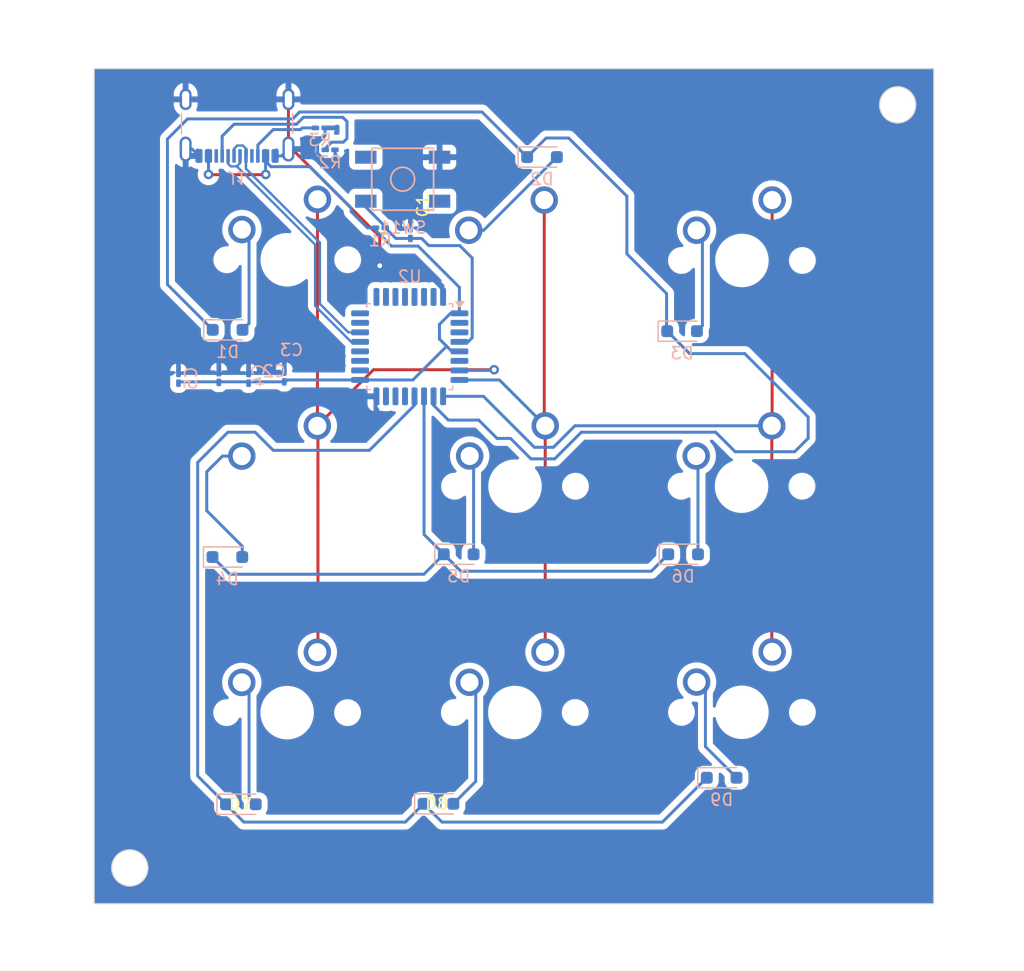
<source format=kicad_pcb>
(kicad_pcb (version 20240108) (generator "pcbnew") (generator_version "8.0")
  (layers (0 "F.Cu" signal) (31 "B.Cu" signal) (34 "B.Paste" user) (35 "F.Paste" user) (36 "B.SilkS" user "B.Silkscreen") (37 "F.SilkS" user "F.Silkscreen") (38 "B.Mask" user) (39 "F.Mask" user) (44 "Edge.Cuts" user))
  (net 0 "")
  (net 1 "Net-(U2-NRST)")
  (net 2 "GND")
  (net 3 "+5V")
  (net 4 "Net-(D1-A)")
  (net 5 "row1")
  (net 6 "Net-(D2-A)")
  (net 7 "Net-(D3-A)")
  (net 8 "row2")
  (net 9 "Net-(D4-A)")
  (net 10 "Net-(D5-A)")
  (net 11 "Net-(D6-A)")
  (net 12 "row3")
  (net 13 "Net-(D7-A)")
  (net 14 "Net-(D8-A)")
  (net 15 "Net-(D9-A)")
  (net 16 "D+")
  (net 17 "Net-(J1-CC2)")
  (net 18 "D-")
  (net 19 "Net-(J1-CC1)")
  (net 20 "col1")
  (net 21 "col2")
  (net 22 "col3")
  (footprint "PCM_marbastlib-mx:SW_MX_1u" (layer "F.Cu") (at 127.78 86.53)
    (property "Reference" "SW9" (hide yes))
    (property "Value" "SW_Push_45deg")
    (pad "" np_thru_hole circle (at -5.08 0) (size 1.75 1.75) (drill 1.75) (layers "*.Cu" "*.Mask"))
    (pad "" np_thru_hole circle (at 0 0) (size 3.9878 3.9878) (drill 3.9878) (layers "*.Cu" "*.Mask"))
    (pad "" np_thru_hole circle (at 5.08 0) (size 1.75 1.75) (drill 1.75) (layers "*.Cu" "*.Mask"))
    (pad "1" thru_hole circle (at -3.81 -2.54) (size 2.3 2.3) (drill 1.524) (layers "*.Cu" "B.Mask") (net 15 "Net-(D9-A)"))
    (pad "2" thru_hole circle (at 2.54 -5.08) (size 2.3 2.3) (drill 1.524) (layers "*.Cu" "B.Mask") (net 22 "col3"))
  )
  (footprint "PCM_marbastlib-mx:SW_MX_1u" (layer "F.Cu") (at 89.56 67.54)
    (property "Reference" "SW4" (hide yes))
    (property "Value" "SW_Push_45deg")
    (pad "" np_thru_hole circle (at -5.08 0) (size 1.75 1.75) (drill 1.75) (layers "*.Cu" "*.Mask"))
    (pad "" np_thru_hole circle (at 0 0) (size 3.9878 3.9878) (drill 3.9878) (layers "*.Cu" "*.Mask"))
    (pad "" np_thru_hole circle (at 5.08 0) (size 1.75 1.75) (drill 1.75) (layers "*.Cu" "*.Mask"))
    (pad "1" thru_hole circle (at -3.81 -2.54) (size 2.3 2.3) (drill 1.524) (layers "*.Cu" "B.Mask") (net 9 "Net-(D4-A)"))
    (pad "2" thru_hole circle (at 2.54 -5.08) (size 2.3 2.3) (drill 1.524) (layers "*.Cu" "B.Mask") (net 20 "col1"))
  )
  (footprint "PCM_marbastlib-mx:SW_MX_1u" (layer "F.Cu") (at 127.78 48.56)
    (property "Reference" "SW3" (hide yes))
    (property "Value" "SW_Push_45deg")
    (pad "" np_thru_hole circle (at -5.08 0) (size 1.75 1.75) (drill 1.75) (layers "*.Cu" "*.Mask"))
    (pad "" np_thru_hole circle (at 0 0) (size 3.9878 3.9878) (drill 3.9878) (layers "*.Cu" "*.Mask"))
    (pad "" np_thru_hole circle (at 5.08 0) (size 1.75 1.75) (drill 1.75) (layers "*.Cu" "*.Mask"))
    (pad "1" thru_hole circle (at -3.81 -2.54) (size 2.3 2.3) (drill 1.524) (layers "*.Cu" "B.Mask") (net 7 "Net-(D3-A)"))
    (pad "2" thru_hole circle (at 2.54 -5.08) (size 2.3 2.3) (drill 1.524) (layers "*.Cu" "B.Mask") (net 22 "col3"))
  )
  (footprint "PCM_marbastlib-mx:SW_MX_1u" (layer "F.Cu") (at 108.63 48.56)
    (property "Reference" "SW2" (hide yes))
    (property "Value" "SW_Push_45deg")
    (pad "" np_thru_hole circle (at -5.08 0) (size 1.75 1.75) (drill 1.75) (layers "*.Cu" "*.Mask"))
    (pad "" np_thru_hole circle (at 0 0) (size 3.9878 3.9878) (drill 3.9878) (layers "*.Cu" "*.Mask"))
    (pad "" np_thru_hole circle (at 5.08 0) (size 1.75 1.75) (drill 1.75) (layers "*.Cu" "*.Mask"))
    (pad "1" thru_hole circle (at -3.81 -2.54) (size 2.3 2.3) (drill 1.524) (layers "*.Cu" "B.Mask") (net 6 "Net-(D2-A)"))
    (pad "2" thru_hole circle (at 2.54 -5.08) (size 2.3 2.3) (drill 1.524) (layers "*.Cu" "B.Mask") (net 21 "col2"))
  )
  (footprint "PCM_marbastlib-mx:SW_MX_1u" (layer "F.Cu") (at 89.57 48.5)
    (property "Reference" "SW1" (hide yes))
    (property "Value" "SW_Push_45deg")
    (pad "" np_thru_hole circle (at -5.08 0) (size 1.75 1.75) (drill 1.75) (layers "*.Cu" "*.Mask"))
    (pad "" np_thru_hole circle (at 0 0) (size 3.9878 3.9878) (drill 3.9878) (layers "*.Cu" "*.Mask"))
    (pad "" np_thru_hole circle (at 5.08 0) (size 1.75 1.75) (drill 1.75) (layers "*.Cu" "*.Mask"))
    (pad "1" thru_hole circle (at -3.81 -2.54) (size 2.3 2.3) (drill 1.524) (layers "*.Cu" "B.Mask") (net 4 "Net-(D1-A)"))
    (pad "2" thru_hole circle (at 2.54 -5.08) (size 2.3 2.3) (drill 1.524) (layers "*.Cu" "B.Mask") (net 20 "col1"))
  )
  (footprint "PCM_marbastlib-mx:SW_MX_1u" (layer "F.Cu") (at 108.69 86.55)
    (property "Reference" "SW8" (hide yes))
    (property "Value" "SW_Push_45deg")
    (pad "" np_thru_hole circle (at -5.08 0) (size 1.75 1.75) (drill 1.75) (layers "*.Cu" "*.Mask"))
    (pad "" np_thru_hole circle (at 0 0) (size 3.9878 3.9878) (drill 3.9878) (layers "*.Cu" "*.Mask"))
    (pad "" np_thru_hole circle (at 5.08 0) (size 1.75 1.75) (drill 1.75) (layers "*.Cu" "*.Mask"))
    (pad "1" thru_hole circle (at -3.81 -2.54) (size 2.3 2.3) (drill 1.524) (layers "*.Cu" "B.Mask") (net 14 "Net-(D8-A)"))
    (pad "2" thru_hole circle (at 2.54 -5.08) (size 2.3 2.3) (drill 1.524) (layers "*.Cu" "B.Mask") (net 21 "col2"))
  )
  (footprint "PCM_marbastlib-mx:SW_MX_1u" (layer "F.Cu") (at 127.75 67.53)
    (property "Reference" "SW6" (hide yes))
    (property "Value" "SW_Push_45deg")
    (pad "" np_thru_hole circle (at -5.08 0) (size 1.75 1.75) (drill 1.75) (layers "*.Cu" "*.Mask"))
    (pad "" np_thru_hole circle (at 0 0) (size 3.9878 3.9878) (drill 3.9878) (layers "*.Cu" "*.Mask"))
    (pad "" np_thru_hole circle (at 5.08 0) (size 1.75 1.75) (drill 1.75) (layers "*.Cu" "*.Mask"))
    (pad "1" thru_hole circle (at -3.81 -2.54) (size 2.3 2.3) (drill 1.524) (layers "*.Cu" "B.Mask") (net 11 "Net-(D6-A)"))
    (pad "2" thru_hole circle (at 2.54 -5.08) (size 2.3 2.3) (drill 1.524) (layers "*.Cu" "B.Mask") (net 22 "col3"))
  )
  (footprint "PCM_marbastlib-mx:SW_MX_1u" (layer "F.Cu") (at 108.71 67.53)
    (property "Reference" "SW5" (hide yes))
    (property "Value" "SW_Push_45deg")
    (pad "" np_thru_hole circle (at -5.08 0) (size 1.75 1.75) (drill 1.75) (layers "*.Cu" "*.Mask"))
    (pad "" np_thru_hole circle (at 0 0) (size 3.9878 3.9878) (drill 3.9878) (layers "*.Cu" "*.Mask"))
    (pad "" np_thru_hole circle (at 5.08 0) (size 1.75 1.75) (drill 1.75) (layers "*.Cu" "*.Mask"))
    (pad "1" thru_hole circle (at -3.81 -2.54) (size 2.3 2.3) (drill 1.524) (layers "*.Cu" "B.Mask") (net 10 "Net-(D5-A)"))
    (pad "2" thru_hole circle (at 2.54 -5.08) (size 2.3 2.3) (drill 1.524) (layers "*.Cu" "B.Mask") (net 21 "col2"))
  )
  (footprint "PCM_marbastlib-mx:SW_MX_1u" (layer "F.Cu") (at 89.56 86.56)
    (property "Reference" "SW7" (hide yes))
    (property "Value" "SW_Push_45deg")
    (pad "" np_thru_hole circle (at -5.08 0) (size 1.75 1.75) (drill 1.75) (layers "*.Cu" "*.Mask"))
    (pad "" np_thru_hole circle (at 0 0) (size 3.9878 3.9878) (drill 3.9878) (layers "*.Cu" "*.Mask"))
    (pad "" np_thru_hole circle (at 5.08 0) (size 1.75 1.75) (drill 1.75) (layers "*.Cu" "*.Mask"))
    (pad "1" thru_hole circle (at -3.81 -2.54) (size 2.3 2.3) (drill 1.524) (layers "*.Cu" "B.Mask") (net 13 "Net-(D7-A)"))
    (pad "2" thru_hole circle (at 2.54 -5.08) (size 2.3 2.3) (drill 1.524) (layers "*.Cu" "B.Mask") (net 20 "col1"))
  )
  (footprint "Diode_SMD:D_SOD-323_HandSoldering" (layer "B.Cu") (at 102.2825 94.22)
    (property "Reference" "D8" (at -0.15 0 0) (layer "F.SilkS"))
    (property "Value" "D")
    (fp_line (start -2.01 -0.85) (end -2.01 0.85) (stroke (width 0.12)) (layer "B.SilkS"))
    (fp_line (start 1.25 -0.85) (end -2.01 -0.85) (stroke (width 0.12)) (layer "B.SilkS"))
    (fp_line (start 1.25 0.85) (end -2.01 0.85) (stroke (width 0.12)) (layer "B.SilkS"))
    (pad "1" smd roundrect (at -1.25 0) (size 1 1) (layers "B.Cu" "B.Paste" "B.Mask") (net 12 "row3"))
    (pad "2" smd roundrect (at 1.25 0) (size 1 1) (layers "B.Cu" "B.Paste" "B.Mask") (net 14 "Net-(D8-A)"))
  )
  (footprint "Diode_SMD:D_SOD-323_HandSoldering" (layer "B.Cu") (at 84.56 54.39)
    (property "Reference" "D1" (at 0 1.85 0) (layer "B.SilkS") (effects (justify mirror)))
    (property "Value" "D")
    (fp_line (start -2.01 -0.85) (end -2.01 0.85) (stroke (width 0.12)) (layer "B.SilkS"))
    (fp_line (start 1.25 -0.85) (end -2.01 -0.85) (stroke (width 0.12)) (layer "B.SilkS"))
    (fp_line (start 1.25 0.85) (end -2.01 0.85) (stroke (width 0.12)) (layer "B.SilkS"))
    (pad "1" smd roundrect (at -1.25 0) (size 1 1) (layers "B.Cu" "B.Paste" "B.Mask") (net 5 "row1"))
    (pad "2" smd roundrect (at 1.25 0) (size 1 1) (layers "B.Cu" "B.Paste" "B.Mask") (net 4 "Net-(D1-A)"))
  )
  (footprint "Resistor_SMD:R_0201_0603Metric_Pad0.64x0.40mm_HandSolder" (layer "B.Cu") (at 92.34 37.42)
    (property "Reference" "R3" (at -0.0225 1.02 0) (layer "B.SilkS") (effects (justify mirror)))
    (property "Value" "5.1K")
    (pad "1" smd roundrect (at -0.4075 0) (size 0.635 0.4) (layers "B.Cu" "B.Mask") (net 17 "Net-(J1-CC2)"))
    (pad "2" smd roundrect (at 0.4075 0) (size 0.635 0.4) (layers "B.Cu" "B.Mask") (net 2 "GND"))
  )
  (footprint "Capacitor_SMD:C_0201_0603Metric_Pad0.64x0.40mm_HandSolder" (layer "B.Cu") (at 83.82 58.4 90)
    (property "Reference" "C4" (at 0.175 3.33 90) (layer "B.SilkS") (effects (justify mirror)))
    (property "Value" "100nF")
    (pad "1" smd roundrect (at -0.4075 0 90) (size 0.635 0.4) (layers "B.Cu" "B.Mask") (net 3 "+5V"))
    (pad "2" smd roundrect (at 0.4075 0 90) (size 0.635 0.4) (layers "B.Cu" "B.Mask") (net 2 "GND"))
  )
  (footprint "Diode_SMD:D_SOD-323_HandSoldering" (layer "B.Cu") (at 110.98 39.87)
    (property "Reference" "D2" (at 0 1.85 0) (layer "B.SilkS") (effects (justify mirror)))
    (property "Value" "D")
    (fp_line (start -2.01 -0.85) (end -2.01 0.85) (stroke (width 0.12)) (layer "B.SilkS"))
    (fp_line (start 1.25 -0.85) (end -2.01 -0.85) (stroke (width 0.12)) (layer "B.SilkS"))
    (fp_line (start 1.25 0.85) (end -2.01 0.85) (stroke (width 0.12)) (layer "B.SilkS"))
    (pad "1" smd roundrect (at -1.25 0) (size 1 1) (layers "B.Cu" "B.Paste" "B.Mask") (net 5 "row1"))
    (pad "2" smd roundrect (at 1.25 0) (size 1 1) (layers "B.Cu" "B.Paste" "B.Mask") (net 6 "Net-(D2-A)"))
  )
  (footprint "Resistor_SMD:R_0201_0603Metric_Pad0.64x0.40mm_HandSolder" (layer "B.Cu") (at 97.3925 45.81)
    (property "Reference" "R1" (at 0 1.05 0) (layer "B.SilkS") (effects (justify mirror)))
    (property "Value" "100K")
    (pad "1" smd roundrect (at -0.4075 0) (size 0.635 0.4) (layers "B.Cu" "B.Mask") (net 3 "+5V"))
    (pad "2" smd roundrect (at 0.4075 0) (size 0.635 0.4) (layers "B.Cu" "B.Mask") (net 1 "Net-(U2-NRST)"))
  )
  (footprint "Diode_SMD:D_SOD-323_HandSoldering" (layer "B.Cu") (at 122.8375 73.25)
    (property "Reference" "D6" (at 0 1.85 0) (layer "B.SilkS") (effects (justify mirror)))
    (property "Value" "D")
    (fp_line (start -2.01 -0.85) (end -2.01 0.85) (stroke (width 0.12)) (layer "B.SilkS"))
    (fp_line (start 1.25 -0.85) (end -2.01 -0.85) (stroke (width 0.12)) (layer "B.SilkS"))
    (fp_line (start 1.25 0.85) (end -2.01 0.85) (stroke (width 0.12)) (layer "B.SilkS"))
    (pad "1" smd roundrect (at -1.25 0) (size 1 1) (layers "B.Cu" "B.Paste" "B.Mask") (net 8 "row2"))
    (pad "2" smd roundrect (at 1.25 0) (size 1 1) (layers "B.Cu" "B.Paste" "B.Mask") (net 11 "Net-(D6-A)"))
  )
  (footprint "Diode_SMD:D_SOD-323_HandSoldering" (layer "B.Cu") (at 103.98 73.25)
    (property "Reference" "D5" (at 0 1.85 0) (layer "B.SilkS") (effects (justify mirror)))
    (property "Value" "D")
    (fp_line (start -2.01 -0.85) (end -2.01 0.85) (stroke (width 0.12)) (layer "B.SilkS"))
    (fp_line (start 1.25 -0.85) (end -2.01 -0.85) (stroke (width 0.12)) (layer "B.SilkS"))
    (fp_line (start 1.25 0.85) (end -2.01 0.85) (stroke (width 0.12)) (layer "B.SilkS"))
    (pad "1" smd roundrect (at -1.25 0) (size 1 1) (layers "B.Cu" "B.Paste" "B.Mask") (net 8 "row2"))
    (pad "2" smd roundrect (at 1.25 0) (size 1 1) (layers "B.Cu" "B.Paste" "B.Mask") (net 10 "Net-(D5-A)"))
  )
  (footprint "Capacitor_SMD:C_0201_0603Metric_Pad0.64x0.40mm_HandSolder" (layer "B.Cu") (at 99.92 46.3 90)
    (property "Reference" "C1" (at 2.33 1.05 90) (layer "F.SilkS"))
    (property "Value" "100nF")
    (pad "1" smd roundrect (at -0.4075 0 90) (size 0.635 0.4) (layers "B.Cu" "B.Mask") (net 1 "Net-(U2-NRST)"))
    (pad "2" smd roundrect (at 0.4075 0 90) (size 0.635 0.4) (layers "B.Cu" "B.Mask") (net 2 "GND"))
  )
  (footprint "Diode_SMD:D_SOD-323_HandSoldering" (layer "B.Cu") (at 122.75 54.5)
    (property "Reference" "D3" (at 0 1.85 0) (layer "B.SilkS") (effects (justify mirror)))
    (property "Value" "D")
    (fp_line (start -2.01 -0.85) (end -2.01 0.85) (stroke (width 0.12)) (layer "B.SilkS"))
    (fp_line (start 1.25 -0.85) (end -2.01 -0.85) (stroke (width 0.12)) (layer "B.SilkS"))
    (fp_line (start 1.25 0.85) (end -2.01 0.85) (stroke (width 0.12)) (layer "B.SilkS"))
    (pad "1" smd roundrect (at -1.25 0) (size 1 1) (layers "B.Cu" "B.Paste" "B.Mask") (net 5 "row1"))
    (pad "2" smd roundrect (at 1.25 0) (size 1 1) (layers "B.Cu" "B.Paste" "B.Mask") (net 7 "Net-(D3-A)"))
  )
  (footprint "Diode_SMD:D_SOD-323_HandSoldering" (layer "B.Cu") (at 84.5375 73.48)
    (property "Reference" "D4" (at 0 1.85 0) (layer "B.SilkS") (effects (justify mirror)))
    (property "Value" "D")
    (fp_line (start -2.01 -0.85) (end -2.01 0.85) (stroke (width 0.12)) (layer "B.SilkS"))
    (fp_line (start 1.25 -0.85) (end -2.01 -0.85) (stroke (width 0.12)) (layer "B.SilkS"))
    (fp_line (start 1.25 0.85) (end -2.01 0.85) (stroke (width 0.12)) (layer "B.SilkS"))
    (pad "1" smd roundrect (at -1.25 0) (size 1 1) (layers "B.Cu" "B.Paste" "B.Mask") (net 8 "row2"))
    (pad "2" smd roundrect (at 1.25 0) (size 1 1) (layers "B.Cu" "B.Paste" "B.Mask") (net 9 "Net-(D4-A)"))
  )
  (footprint "Resistor_SMD:R_0201_0603Metric_Pad0.64x0.40mm_HandSolder" (layer "B.Cu") (at 93.17 39.26)
    (property "Reference" "R2" (at 0 1.05 0) (layer "B.SilkS") (effects (justify mirror)))
    (property "Value" "5.1K")
    (pad "1" smd roundrect (at -0.4075 0) (size 0.635 0.4) (layers "B.Cu" "B.Mask") (net 19 "Net-(J1-CC1)"))
    (pad "2" smd roundrect (at 0.4075 0) (size 0.635 0.4) (layers "B.Cu" "B.Mask") (net 2 "GND"))
  )
  (footprint "Package_QFP:LQFP-32_7x7mm_P0.8mm" (layer "B.Cu") (at 99.865 55.8 180)
    (property "Reference" "U2" (at 0 5.88 0) (layer "B.SilkS") (effects (justify mirror)))
    (property "Value" "STM32F042K4Tx")
    (fp_line (start 3.61 3.61) (end 3.31 3.61) (stroke (width 0.12)) (layer "B.SilkS"))
    (fp_line (start 3.61 3.31) (end 3.61 3.61) (stroke (width 0.12)) (layer "B.SilkS"))
    (fp_line (start 3.61 -3.31) (end 3.61 -3.61) (stroke (width 0.12)) (layer "B.SilkS"))
    (fp_line (start 3.61 -3.61) (end 3.31 -3.61) (stroke (width 0.12)) (layer "B.SilkS"))
    (fp_line (start -3.61 3.61) (end -3.31 3.61) (stroke (width 0.12)) (layer "B.SilkS"))
    (fp_line (start -3.61 3.31) (end -3.61 3.61) (stroke (width 0.12)) (layer "B.SilkS"))
    (fp_line (start -3.61 -3.31) (end -3.61 -3.61) (stroke (width 0.12)) (layer "B.SilkS"))
    (fp_line (start -3.61 -3.61) (end -3.31 -3.61) (stroke (width 0.12)) (layer "B.SilkS"))
    (fp_poly (pts (xy -4.2125 3.31) (xy -4.5525 3.78) (xy -3.8725 3.78) (xy -4.2125 3.31)) (stroke (width 0.12)) (fill solid) (layer "B.SilkS"))
    (pad "1" smd roundrect (at -4.175 2.8 180) (size 1.5 0.5) (layers "B.Cu" "B.Paste" "B.Mask") (net 3 "+5V"))
    (pad "2" smd roundrect (at -4.175 2 180) (size 1.5 0.5) (layers "B.Cu" "B.Paste" "B.Mask"))
    (pad "3" smd roundrect (at -4.175 1.2 180) (size 1.5 0.5) (layers "B.Cu" "B.Paste" "B.Mask"))
    (pad "4" smd roundrect (at -4.175 0.4 180) (size 1.5 0.5) (layers "B.Cu" "B.Paste" "B.Mask") (net 1 "Net-(U2-NRST)"))
    (pad "5" smd roundrect (at -4.175 -0.4 180) (size 1.5 0.5) (layers "B.Cu" "B.Paste" "B.Mask") (net 3 "+5V"))
    (pad "6" smd roundrect (at -4.175 -1.2 180) (size 1.5 0.5) (layers "B.Cu" "B.Paste" "B.Mask"))
    (pad "7" smd roundrect (at -4.175 -2 180) (size 1.5 0.5) (layers "B.Cu" "B.Paste" "B.Mask") (net 20 "col1"))
    (pad "8" smd roundrect (at -4.175 -2.8 180) (size 1.5 0.5) (layers "B.Cu" "B.Paste" "B.Mask") (net 21 "col2"))
    (pad "9" smd roundrect (at -2.8 -4.175 180) (size 0.5 1.5) (layers "B.Cu" "B.Paste" "B.Mask") (net 22 "col3"))
    (pad "10" smd roundrect (at -2 -4.175 180) (size 0.5 1.5) (layers "B.Cu" "B.Paste" "B.Mask") (net 5 "row1"))
    (pad "11" smd roundrect (at -1.2 -4.175 180) (size 0.5 1.5) (layers "B.Cu" "B.Paste" "B.Mask") (net 8 "row2"))
    (pad "12" smd roundrect (at -0.4 -4.175 180) (size 0.5 1.5) (layers "B.Cu" "B.Paste" "B.Mask") (net 12 "row3"))
    (pad "13" smd roundrect (at 0.4 -4.175 180) (size 0.5 1.5) (layers "B.Cu" "B.Paste" "B.Mask"))
    (pad "14" smd roundrect (at 1.2 -4.175 180) (size 0.5 1.5) (layers "B.Cu" "B.Paste" "B.Mask"))
    (pad "15" smd roundrect (at 2 -4.175 180) (size 0.5 1.5) (layers "B.Cu" "B.Paste" "B.Mask"))
    (pad "16" smd roundrect (at 2.8 -4.175 180) (size 0.5 1.5) (layers "B.Cu" "B.Paste" "B.Mask") (net 2 "GND"))
    (pad "17" smd roundrect (at 4.175 -2.8 180) (size 1.5 0.5) (layers "B.Cu" "B.Paste" "B.Mask") (net 3 "+5V"))
    (pad "18" smd roundrect (at 4.175 -2 180) (size 1.5 0.5) (layers "B.Cu" "B.Paste" "B.Mask"))
    (pad "19" smd roundrect (at 4.175 -1.2 180) (size 1.5 0.5) (layers "B.Cu" "B.Paste" "B.Mask"))
    (pad "20" smd roundrect (at 4.175 -0.4 180) (size 1.5 0.5) (layers "B.Cu" "B.Paste" "B.Mask"))
    (pad "21" smd roundrect (at 4.175 0.4 180) (size 1.5 0.5) (layers "B.Cu" "B.Paste" "B.Mask") (net 18 "D-"))
    (pad "22" smd roundrect (at 4.175 1.2 180) (size 1.5 0.5) (layers "B.Cu" "B.Paste" "B.Mask") (net 16 "D+"))
    (pad "23" smd roundrect (at 4.175 2 180) (size 1.5 0.5) (layers "B.Cu" "B.Paste" "B.Mask"))
    (pad "24" smd roundrect (at 4.175 2.8 180) (size 1.5 0.5) (layers "B.Cu" "B.Paste" "B.Mask"))
    (pad "25" smd roundrect (at 2.8 4.175 180) (size 0.5 1.5) (layers "B.Cu" "B.Paste" "B.Mask"))
    (pad "26" smd roundrect (at 2 4.175 180) (size 0.5 1.5) (layers "B.Cu" "B.Paste" "B.Mask"))
    (pad "27" smd roundrect (at 1.2 4.175 180) (size 0.5 1.5) (layers "B.Cu" "B.Paste" "B.Mask"))
    (pad "28" smd roundrect (at 0.4 4.175 180) (size 0.5 1.5) (layers "B.Cu" "B.Paste" "B.Mask"))
    (pad "29" smd roundrect (at -0.4 4.175 180) (size 0.5 1.5) (layers "B.Cu" "B.Paste" "B.Mask"))
    (pad "30" smd roundrect (at -1.2 4.175 180) (size 0.5 1.5) (layers "B.Cu" "B.Paste" "B.Mask"))
    (pad "31" smd roundrect (at -2 4.175 180) (size 0.5 1.5) (layers "B.Cu" "B.Paste" "B.Mask"))
    (pad "32" smd roundrect (at -2.8 4.175 180) (size 0.5 1.5) (layers "B.Cu" "B.Paste" "B.Mask") (net 2 "GND"))
  )
  (footprint "Diode_SMD:D_SOD-323_HandSoldering" (layer "B.Cu") (at 85.67 94.26)
    (property "Reference" "D7" (at -0.0225 0 0) (layer "F.SilkS"))
    (property "Value" "D")
    (fp_line (start -2.01 -0.85) (end -2.01 0.85) (stroke (width 0.12)) (layer "B.SilkS"))
    (fp_line (start 1.25 -0.85) (end -2.01 -0.85) (stroke (width 0.12)) (layer "B.SilkS"))
    (fp_line (start 1.25 0.85) (end -2.01 0.85) (stroke (width 0.12)) (layer "B.SilkS"))
    (pad "1" smd roundrect (at -1.25 0) (size 1 1) (layers "B.Cu" "B.Paste" "B.Mask") (net 12 "row3"))
    (pad "2" smd roundrect (at 1.25 0) (size 1 1) (layers "B.Cu" "B.Paste" "B.Mask") (net 13 "Net-(D7-A)"))
  )
  (footprint "Diode_SMD:D_SOD-323_HandSoldering" (layer "B.Cu") (at 126.0775 92.03)
    (property "Reference" "D9" (at 0 1.85 0) (layer "B.SilkS") (effects (justify mirror)))
    (property "Value" "D")
    (fp_line (start -2.01 -0.85) (end -2.01 0.85) (stroke (width 0.12)) (layer "B.SilkS"))
    (fp_line (start 1.25 -0.85) (end -2.01 -0.85) (stroke (width 0.12)) (layer "B.SilkS"))
    (fp_line (start 1.25 0.85) (end -2.01 0.85) (stroke (width 0.12)) (layer "B.SilkS"))
    (pad "1" smd roundrect (at -1.25 0) (size 1 1) (layers "B.Cu" "B.Paste" "B.Mask") (net 12 "row3"))
    (pad "2" smd roundrect (at 1.25 0) (size 1 1) (layers "B.Cu" "B.Paste" "B.Mask") (net 15 "Net-(D9-A)"))
  )
  (footprint "random-keyboard-parts:SKQG-1155865" (layer "B.Cu") (at 99.27 41.73 180)
    (property "Reference" "SW11" (at 0 -4.064 0) (layer "B.SilkS") (effects (justify mirror)))
    (property "Value" "SW_Push")
    (fp_line (start 2.6 2.6) (end -2.6 2.6) (stroke (width 0.15)) (layer "B.SilkS"))
    (fp_line (start 2.6 -2.6) (end 2.6 2.6) (stroke (width 0.15)) (layer "B.SilkS"))
    (fp_line (start -2.6 2.6) (end -2.6 -2.6) (stroke (width 0.15)) (layer "B.SilkS"))
    (fp_line (start -2.6 -2.6) (end 2.6 -2.6) (stroke (width 0.15)) (layer "B.SilkS"))
    (fp_circle (center 0 0) (end 1 0) (stroke (width 0.15)) (fill none) (layer "B.SilkS"))
    (pad "1" smd rect (at 3.1 -1.85 180) (size 1.8 1.1) (layers "B.Cu" "B.Paste" "B.Mask") (net 1 "Net-(U2-NRST)"))
    (pad "2" smd rect (at -3.1 1.85 180) (size 1.8 1.1) (layers "B.Cu" "B.Paste" "B.Mask") (net 2 "GND"))
    (pad "3" smd rect (at 3.1 1.85 180) (size 1.8 1.1) (layers "B.Cu" "B.Paste" "B.Mask"))
    (pad "4" smd rect (at -3.1 -1.85 180) (size 1.8 1.1) (layers "B.Cu" "B.Paste" "B.Mask"))
  )
  (footprint "Capacitor_SMD:C_0201_0603Metric_Pad0.64x0.40mm_HandSolder" (layer "B.Cu") (at 89.32 58.35 90)
    (property "Reference" "C3" (at 2.27 0.6 0) (layer "B.SilkS") (effects (justify mirror)))
    (property "Value" "100nF")
    (pad "1" smd roundrect (at -0.4075 0 90) (size 0.635 0.4) (layers "B.Cu" "B.Mask") (net 3 "+5V"))
    (pad "2" smd roundrect (at 0.4075 0 90) (size 0.635 0.4) (layers "B.Cu" "B.Mask") (net 2 "GND"))
  )
  (footprint "Capacitor_SMD:C_0201_0603Metric_Pad0.64x0.40mm_HandSolder" (layer "B.Cu") (at 80.43 58.4625 90)
    (property "Reference" "C5" (at 0 1.05 90) (layer "B.SilkS") (effects (justify mirror)))
    (property "Value" "100nF")
    (pad "1" smd roundrect (at -0.4075 0 90) (size 0.635 0.4) (layers "B.Cu" "B.Mask") (net 3 "+5V"))
    (pad "2" smd roundrect (at 0.4075 0 90) (size 0.635 0.4) (layers "B.Cu" "B.Mask") (net 2 "GND"))
  )
  (footprint "Connector_USB:USB_C_Receptacle_GCT_USB4105-xx-A_16P_TopMnt_Horizontal" (layer "B.Cu") (at 85.35 36.095)
    (property "Reference" "J1" (at 0 5.5 180) (layer "B.SilkS") (effects (justify mirror)))
    (property "Value" "USB_C_Receptacle_USB2.0_14P")
    (fp_line (start -4.67 1.8) (end -4.67 0.1) (stroke (width 0.12)) (layer "B.SilkS"))
    (fp_line (start 4.67 1.8) (end 4.67 0.1) (stroke (width 0.12)) (layer "B.SilkS"))
    (pad "" np_thru_hole circle (at -2.89 2.605) (size 0.65 0.65) (drill 0.65) (layers "F&B.Cu" "*.Mask"))
    (pad "" np_thru_hole circle (at 2.89 2.605) (size 0.65 0.65) (drill 0.65) (layers "F&B.Cu" "*.Mask"))
    (pad "A1" smd roundrect (at -3.2 3.68) (size 0.6 1.15) (layers "B.Cu" "B.Paste" "B.Mask") (net 2 "GND"))
    (pad "A4" smd roundrect (at -2.4 3.68) (size 0.6 1.15) (layers "B.Cu" "B.Paste" "B.Mask") (net 3 "+5V"))
    (pad "A5" smd roundrect (at -1.25 3.68) (size 0.3 1.15) (layers "B.Cu" "B.Paste" "B.Mask") (net 19 "Net-(J1-CC1)"))
    (pad "A6" smd roundrect (at -0.25 3.68) (size 0.3 1.15) (layers "B.Cu" "B.Paste" "B.Mask") (net 16 "D+"))
    (pad "A7" smd roundrect (at 0.25 3.68) (size 0.3 1.15) (layers "B.Cu" "B.Paste" "B.Mask") (net 18 "D-"))
    (pad "A8" smd roundrect (at 1.25 3.68) (size 0.3 1.15) (layers "B.Cu" "B.Paste" "B.Mask"))
    (pad "A9" smd roundrect (at 2.4 3.68) (size 0.6 1.15) (layers "B.Cu" "B.Paste" "B.Mask") (net 3 "+5V"))
    (pad "A12" smd roundrect (at 3.2 3.68) (size 0.6 1.15) (layers "B.Cu" "B.Paste" "B.Mask") (net 2 "GND"))
    (pad "B1" smd roundrect (at 3.2 3.68) (size 0.6 1.15) (layers "B.Cu" "B.Paste" "B.Mask") (net 2 "GND"))
    (pad "B4" smd roundrect (at 2.4 3.68) (size 0.6 1.15) (layers "B.Cu" "B.Paste" "B.Mask") (net 3 "+5V"))
    (pad "B5" smd roundrect (at 1.75 3.68) (size 0.3 1.15) (layers "B.Cu" "B.Paste" "B.Mask") (net 17 "Net-(J1-CC2)"))
    (pad "B6" smd roundrect (at 0.75 3.68) (size 0.3 1.15) (layers "B.Cu" "B.Paste" "B.Mask") (net 16 "D+"))
    (pad "B7" smd roundrect (at -0.75 3.68) (size 0.3 1.15) (layers "B.Cu" "B.Paste" "B.Mask") (net 18 "D-"))
    (pad "B8" smd roundrect (at -1.75 3.68) (size 0.3 1.15) (layers "B.Cu" "B.Paste" "B.Mask"))
    (pad "B9" smd roundrect (at -2.4 3.68) (size 0.6 1.15) (layers "B.Cu" "B.Paste" "B.Mask") (net 3 "+5V"))
    (pad "B12" smd roundrect (at -3.2 3.68) (size 0.6 1.15) (layers "B.Cu" "B.Paste" "B.Mask") (net 2 "GND"))
    (pad "S1" thru_hole oval (at -4.32 -1.075) (size 1 1.8) (drill oval 0.6 1.4) (layers "*.Cu" "*.Mask" "B.Paste") (net 2 "GND"))
    (pad "S1" thru_hole oval (at -4.32 3.105) (size 1 2.1) (drill oval 0.6 1.7) (layers "*.Cu" "*.Mask" "B.Paste") (net 2 "GND"))
    (pad "S1" thru_hole oval (at 4.32 -1.075) (size 1 1.8) (drill oval 0.6 1.4) (layers "*.Cu" "*.Mask" "B.Paste") (net 2 "GND"))
    (pad "S1" thru_hole oval (at 4.32 3.105) (size 1 2.1) (drill oval 0.6 1.7) (layers "*.Cu" "*.Mask" "B.Paste") (net 2 "GND"))
  )
  (footprint "Capacitor_SMD:C_0201_0603Metric_Pad0.64x0.40mm_HandSolder" (layer "B.Cu") (at 86.32 58.4675 90)
    (property "Reference" "C2" (at 0.5975 2.16 0) (layer "B.SilkS") (effects (justify mirror)))
    (property "Value" "1uF")
    (pad "1" smd roundrect (at -0.4075 0 90) (size 0.635 0.4) (layers "B.Cu" "B.Mask") (net 3 "+5V"))
    (pad "2" smd roundrect (at 0.4075 0 90) (size 0.635 0.4) (layers "B.Cu" "B.Mask") (net 2 "GND"))
  )
  (gr_circle (center 140.87 35.48) (end 140.87 33.956) (stroke (width 0.1)) (fill none) (layer "Edge.Cuts"))
  (gr_circle (center 76.34 99.61) (end 76.34 98.086) (stroke (width 0.1)) (fill none) (layer "Edge.Cuts"))
  (gr_rect (start 73.34 32.44) (end 143.9 102.61) (stroke (width 0.1)) (fill none) (layer "Edge.Cuts"))
  (segment (start 105.115 55.055) (end 105.115 48.357233) (width 0.25) (layer "B.Cu") (net 1))
  (segment (start 101.465 47.31) (end 100.8625 46.7075) (width 0.25) (layer "B.Cu") (net 1))
  (segment (start 96.17 44.073688) (end 96.17 43.58) (width 0.25) (layer "B.Cu") (net 1))
  (segment (start 100.8625 46.7075) (end 99.92 46.7075) (width 0.25) (layer "B.Cu") (net 1))
  (segment (start 97.8 45.81) (end 97.8 45.703688) (width 0.25) (layer "B.Cu") (net 1))
  (segment (start 104.067767 47.31) (end 101.465 47.31) (width 0.25) (layer "B.Cu") (net 1))
  (segment (start 99.92 46.7075) (end 98.8025 46.7075) (width 0.25) (layer "B.Cu") (net 1))
  (segment (start 104.77 55.4) (end 105.115 55.055) (width 0.25) (layer "B.Cu") (net 1))
  (segment (start 97.8 45.703688) (end 96.17 44.073688) (width 0.25) (layer "B.Cu") (net 1))
  (segment (start 104.04 55.4) (end 104.77 55.4) (width 0.25) (layer "B.Cu") (net 1))
  (segment (start 98.7 46.71) (end 97.8 45.81) (width 0.25) (layer "B.Cu") (net 1))
  (segment (start 98.8025 46.7075) (end 98.8 46.71) (width 0.25) (layer "B.Cu") (net 1))
  (segment (start 98.8 46.71) (end 98.7 46.71) (width 0.25) (layer "B.Cu") (net 1))
  (segment (start 105.115 48.357233) (end 104.067767 47.31) (width 0.25) (layer "B.Cu") (net 1))
  (segment (start 97.34 46.564034) (end 89.975966 39.2) (width 0.25) (layer "F.Cu") (net 2))
  (segment (start 89.975966 39.2) (end 89.67 39.2) (width 0.25) (layer "F.Cu") (net 2))
  (segment (start 89.67 39.2) (end 89.67 35.02) (width 0.25) (layer "F.Cu") (net 2))
  (segment (start 97.34 49) (end 97.34 46.564034) (width 0.25) (layer "F.Cu") (net 2))
  (via (at 97.34 49) (size 0.8) (drill 0.4) (layers "F.Cu" "B.Cu") (net 2))
  (segment (start 99.8375 45.81) (end 99.92 45.8925) (width 0.25) (layer "B.Cu") (net 2))
  (segment (start 92.7475 38.0925) (end 92.12 38.72) (width 0.25) (layer "B.Cu") (net 2))
  (segment (start 89.875 34.815) (end 89.67 35.02) (width 0.25) (layer "B.Cu") (net 2))
  (segment (start 102.665 50.695) (end 102.665 51.625) (width 0.25) (layer "B.Cu") (net 2))
  (segment (start 100.62986 49) (end 97.34 49) (width 0.25) (layer "B.Cu") (net 2))
  (segment (start 80.43 58.055) (end 89.2075 58.055) (width 0.25) (layer "B.Cu") (net 2))
  (segment (start 92.7475 37.42) (end 92.7475 38.0925) (width 0.25) (layer "B.Cu") (net 2))
  (segment (start 92.6775 40.0975) (end 93.5775 40.0975) (width 0.25) (layer "B.Cu") (net 2))
  (segment (start 102.665 51.625) (end 102.665 51.03514) (width 0.25) (layer "B.Cu") (net 2))
  (segment (start 89.095 39.775) (end 89.67 39.2) (width 0.25) (layer "B.Cu") (net 2))
  (segment (start 81.575 39.2) (end 82.15 39.775) (width 0.25) (layer "B.Cu") (net 2))
  (segment (start 88.55 39.775) (end 89.095 39.775) (width 0.25) (layer "B.Cu") (net 2))
  (segment (start 101.87 49.9) (end 102.665 50.695) (width 0.25) (layer "B.Cu") (net 2))
  (segment (start 102.665 51.03514) (end 100.62986 49) (width 0.25) (layer "B.Cu") (net 2))
  (segment (start 93.5775 39.26) (end 93.5775 40.0975) (width 0.25) (layer "B.Cu") (net 2))
  (segment (start 89.2075 58.055) (end 89.32 57.9425) (width 0.25) (layer "B.Cu") (net 2))
  (segment (start 92.12 39.54) (end 92.6775 40.0975) (width 0.25) (layer "B.Cu") (net 2))
  (segment (start 81.03 39.2) (end 81.575 39.2) (width 0.25) (layer "B.Cu") (net 2))
  (segment (start 89.67 35.02) (end 81.03 35.02) (width 0.25) (layer "B.Cu") (net 2))
  (segment (start 92.12 38.72) (end 92.12 39.54) (width 0.25) (layer "B.Cu") (net 2))
  (segment (start 82.97 41.35) (end 87.74 41.35) (width 0.25) (layer "F.Cu") (net 3))
  (segment (start 87.74 41.35) (end 87.76 41.33) (width 0.25) (layer "F.Cu") (net 3))
  (segment (start 82.95 41.33) (end 82.97 41.35) (width 0.25) (layer "F.Cu") (net 3))
  (via (at 87.76 41.33) (size 0.8) (drill 0.4) (layers "F.Cu" "B.Cu") (net 3))
  (via (at 82.95 41.33) (size 0.8) (drill 0.4) (layers "F.Cu" "B.Cu") (net 3))
  (segment (start 98.325001 47.35) (end 96.985 46.009999) (width 0.25) (layer "B.Cu") (net 3))
  (segment (start 87.75 41.32) (end 87.76 41.33) (width 0.25) (layer "B.Cu") (net 3))
  (segment (start 103.4 56.2) (end 104.04 56.2) (width 0.25) (layer "B.Cu") (net 3))
  (segment (start 104.04 50.817767) (end 100.572233 47.35) (width 0.25) (layer "B.Cu") (net 3))
  (segment (start 91.475 40.675) (end 88.199092 40.675) (width 0.25) (layer "B.Cu") (net 3))
  (segment (start 94.945 44.145) (end 91.475 40.675) (width 0.25) (layer "B.Cu") (net 3))
  (segment (start 96.3 45.81) (end 94.945 44.455) (width 0.25) (layer "B.Cu") (net 3))
  (segment (start 104.04 53) (end 104.04 50.817767) (width 0.25) (layer "B.Cu") (net 3))
  (segment (start 87.75 40.225908) (end 87.75 39.775) (width 0.25) (layer "B.Cu") (net 3))
  (segment (start 104.04 53) (end 103.290001 53) (width 0.25) (layer "B.Cu") (net 3))
  (segment (start 102.965 55.765) (end 103.4 56.2) (width 0.25) (layer "B.Cu") (net 3))
  (segment (start 89.32 58.7575) (end 89.4175 58.7575) (width 0.25) (layer "B.Cu") (net 3))
  (segment (start 94.945 44.455) (end 94.945 44.145) (width 0.25) (layer "B.Cu") (net 3))
  (segment (start 88.199092 40.675) (end 87.75 40.225908) (width 0.25) (layer "B.Cu") (net 3))
  (segment (start 102.362 55.162) (end 102.965 55.765) (width 0.25) (layer "B.Cu") (net 3))
  (segment (start 89.575 58.6) (end 95.69 58.6) (width 0.25) (layer "B.Cu") (net 3))
  (segment (start 102.362 53.928001) (end 102.362 55.162) (width 0.25) (layer "B.Cu") (net 3))
  (segment (start 103.290001 53) (end 102.362 53.928001) (width 0.25) (layer "B.Cu") (net 3))
  (segment (start 100.572233 47.35) (end 98.325001 47.35) (width 0.25) (layer "B.Cu") (net 3))
  (segment (start 87.75 39.775) (end 87.75 41.32) (width 0.25) (layer "B.Cu") (net 3))
  (segment (start 102.965 55.765) (end 100.13 58.6) (width 0.25) (layer "B.Cu") (net 3))
  (segment (start 89.32 58.7575) (end 80.5425 58.7575) (width 0.25) (layer "B.Cu") (net 3))
  (segment (start 82.95 41.33) (end 82.95 39.775) (width 0.25) (layer "B.Cu") (net 3))
  (segment (start 96.985 45.81) (end 96.3 45.81) (width 0.25) (layer "B.Cu") (net 3))
  (segment (start 96.985 46.009999) (end 96.985 45.81) (width 0.25) (layer "B.Cu") (net 3))
  (segment (start 80.5425 58.7575) (end 80.43 58.87) (width 0.25) (layer "B.Cu") (net 3))
  (segment (start 89.4175 58.7575) (end 89.575 58.6) (width 0.25) (layer "B.Cu") (net 3))
  (segment (start 100.13 58.6) (end 95.69 58.6) (width 0.25) (layer "B.Cu") (net 3))
  (segment (start 85.81 54.39) (end 86.36 53.84) (width 0.25) (layer "B.Cu") (net 4))
  (segment (start 86.36 46.56) (end 85.76 45.96) (width 0.25) (layer "B.Cu") (net 4))
  (segment (start 86.36 53.84) (end 86.36 46.56) (width 0.25) (layer "B.Cu") (net 4))
  (segment (start 123.388 56.388) (end 121.5 54.5) (width 0.25) (layer "B.Cu") (net 5))
  (segment (start 118.11 48.006) (end 121.45 51.346) (width 0.25) (layer "B.Cu") (net 5))
  (segment (start 105.94 36.08) (end 90.607292 36.08) (width 0.25) (layer "B.Cu") (net 5))
  (segment (start 107.203 63.515) (end 108.335 63.515) (width 0.25) (layer "B.Cu") (net 5))
  (segment (start 111.33 38.27) (end 113.22 38.27) (width 0.25) (layer "B.Cu") (net 5))
  (segment (start 90.027292 36.66) (end 81.196 36.66) (width 0.25) (layer "B.Cu") (net 5))
  (segment (start 90.607292 36.08) (end 90.027292 36.66) (width 0.25) (layer "B.Cu") (net 5))
  (segment (start 79.502 38.354) (end 79.502 50.582) (width 0.25) (layer "B.Cu") (net 5))
  (segment (start 127.21 64.63) (end 132.22 64.63) (width 0.25) (layer "B.Cu") (net 5))
  (segment (start 103.116001 61.976) (end 105.664 61.976) (width 0.25) (layer "B.Cu") (net 5))
  (segment (start 121.45 51.346) (end 121.45 54.45) (width 0.25) (layer "B.Cu") (net 5))
  (segment (start 133.35 61.722) (end 128.016 56.388) (width 0.25) (layer "B.Cu") (net 5))
  (segment (start 81.196 36.66) (end 79.502 38.354) (width 0.25) (layer "B.Cu") (net 5))
  (segment (start 118.11 43.16) (end 118.11 48.006) (width 0.25) (layer "B.Cu") (net 5))
  (segment (start 101.865 60.724999) (end 103.116001 61.976) (width 0.25) (layer "B.Cu") (net 5))
  (segment (start 108.335 63.515) (end 110.05 65.23) (width 0.25) (layer "B.Cu") (net 5))
  (segment (start 105.664 61.976) (end 107.203 63.515) (width 0.25) (layer "B.Cu") (net 5))
  (segment (start 79.502 50.582) (end 83.31 54.39) (width 0.25) (layer "B.Cu") (net 5))
  (segment (start 128.016 56.388) (end 123.388 56.388) (width 0.25) (layer "B.Cu") (net 5))
  (segment (start 109.73 39.87) (end 105.94 36.08) (width 0.25) (layer "B.Cu") (net 5))
  (segment (start 112.047 65.23) (end 114.285 62.992) (width 0.25) (layer "B.Cu") (net 5))
  (segment (start 114.285 62.992) (end 125.572 62.992) (width 0.25) (layer "B.Cu") (net 5))
  (segment (start 125.572 62.992) (end 127.21 64.63) (width 0.25) (layer "B.Cu") (net 5))
  (segment (start 101.865 59.975) (end 101.865 60.724999) (width 0.25) (layer "B.Cu") (net 5))
  (segment (start 109.73 39.87) (end 111.33 38.27) (width 0.25) (layer "B.Cu") (net 5))
  (segment (start 132.22 64.63) (end 133.35 63.5) (width 0.25) (layer "B.Cu") (net 5))
  (segment (start 121.45 54.45) (end 121.5 54.5) (width 0.25) (layer "B.Cu") (net 5))
  (segment (start 133.35 63.5) (end 133.35 61.722) (width 0.25) (layer "B.Cu") (net 5))
  (segment (start 113.22 38.27) (end 118.11 43.16) (width 0.25) (layer "B.Cu") (net 5))
  (segment (start 110.05 65.23) (end 112.047 65.23) (width 0.25) (layer "B.Cu") (net 5))
  (segment (start 112.23 39.87) (end 106.08 46.02) (width 0.25) (layer "B.Cu") (net 6))
  (segment (start 106.08 46.02) (end 104.82 46.02) (width 0.25) (layer "B.Cu") (net 6))
  (segment (start 124.46 54.04) (end 124.46 46.51) (width 0.25) (layer "B.Cu") (net 7))
  (segment (start 124.46 46.51) (end 123.97 46.02) (width 0.25) (layer "B.Cu") (net 7))
  (segment (start 124 54.5) (end 124.46 54.04) (width 0.25) (layer "B.Cu") (net 7))
  (segment (start 83.2875 73.48) (end 83.23 73.4225) (width 0.25) (layer "B.Cu") (net 8))
  (segment (start 102.73 73.25) (end 101.065 71.585) (width 0.25) (layer "B.Cu") (net 8))
  (segment (start 120.1615 74.676) (end 121.5875 73.25) (width 0.25) (layer "B.Cu") (net 8))
  (segment (start 102.73 73.25) (end 104.156 74.676) (width 0.25) (layer "B.Cu") (net 8))
  (segment (start 84.7375 74.93) (end 83.605698 73.798198) (width 0.25) (layer "B.Cu") (net 8))
  (segment (start 101.065 71.585) (end 101.065 59.975) (width 0.25) (layer "B.Cu") (net 8))
  (segment (start 104.156 74.676) (end 120.1615 74.676) (width 0.25) (layer "B.Cu") (net 8))
  (segment (start 102.73 73.25) (end 101.05 74.93) (width 0.25) (layer "B.Cu") (net 8))
  (segment (start 101.05 74.93) (end 84.7375 74.93) (width 0.25) (layer "B.Cu") (net 8))
  (segment (start 82.804 66.319655) (end 84.123655 65) (width 0.25) (layer "B.Cu") (net 9))
  (segment (start 82.804 69.584) (end 82.804 66.319655) (width 0.25) (layer "B.Cu") (net 9))
  (segment (start 85.7875 73.48) (end 85.7875 72.5675) (width 0.25) (layer "B.Cu") (net 9))
  (segment (start 85.7875 72.5675) (end 82.804 69.584) (width 0.25) (layer "B.Cu") (net 9))
  (segment (start 84.123655 65) (end 85.75 65) (width 0.25) (layer "B.Cu") (net 9))
  (segment (start 105.23 65.32) (end 104.9 64.99) (width 0.25) (layer "B.Cu") (net 10))
  (segment (start 105.23 73.25) (end 105.23 65.32) (width 0.25) (layer "B.Cu") (net 10))
  (segment (start 124.0875 65.1375) (end 123.94 64.99) (width 0.25) (layer "B.Cu") (net 11))
  (segment (start 124.0875 73.25) (end 124.0875 65.1375) (width 0.25) (layer "B.Cu") (net 11))
  (segment (start 88.392 64.516) (end 86.868 62.992) (width 0.25) (layer "B.Cu") (net 12))
  (segment (start 82.042 91.882) (end 84.42 94.26) (width 0.25) (layer "B.Cu") (net 12))
  (segment (start 84.582 62.992) (end 82.042 65.532) (width 0.25) (layer "B.Cu") (net 12))
  (segment (start 85.918 95.758) (end 99.4945 95.758) (width 0.25) (layer "B.Cu") (net 12))
  (segment (start 86.868 62.992) (end 84.582 62.992) (width 0.25) (layer "B.Cu") (net 12))
  (segment (start 84.42 94.26) (end 85.918 95.758) (width 0.25) (layer "B.Cu") (net 12))
  (segment (start 100.265 59.975) (end 100.265 60.724999) (width 0.25) (layer "B.Cu") (net 12))
  (segment (start 121.0995 95.758) (end 124.8275 92.03) (width 0.25) (layer "B.Cu") (net 12))
  (segment (start 102.5705 95.758) (end 121.0995 95.758) (width 0.25) (layer "B.Cu") (net 12))
  (segment (start 82.042 65.532) (end 82.042 91.882) (width 0.25) (layer "B.Cu") (net 12))
  (segment (start 99.4945 95.758) (end 101.0325 94.22) (width 0.25) (layer "B.Cu") (net 12))
  (segment (start 101.0325 94.22) (end 102.5705 95.758) (width 0.25) (layer "B.Cu") (net 12))
  (segment (start 96.473999 64.516) (end 88.392 64.516) (width 0.25) (layer "B.Cu") (net 12))
  (segment (start 100.265 60.724999) (end 96.473999 64.516) (width 0.25) (layer "B.Cu") (net 12))
  (segment (start 86.36 84.55) (end 85.8 83.99) (width 0.25) (layer "B.Cu") (net 13))
  (segment (start 86.92 94.26) (end 86.36 93.7) (width 0.25) (layer "B.Cu") (net 13))
  (segment (start 86.36 93.7) (end 86.36 84.55) (width 0.25) (layer "B.Cu") (net 13))
  (segment (start 103.5325 94.22) (end 105.41 92.3425) (width 0.25) (layer "B.Cu") (net 14))
  (segment (start 105.41 92.3425) (end 105.41 84.54) (width 0.25) (layer "B.Cu") (net 14))
  (segment (start 105.41 84.54) (end 104.88 84.01) (width 0.25) (layer "B.Cu") (net 14))
  (segment (start 124.714 84.734) (end 123.97 83.99) (width 0.25) (layer "B.Cu") (net 15))
  (segment (start 124.714 89.4165) (end 124.714 84.734) (width 0.25) (layer "B.Cu") (net 15))
  (segment (start 127.3275 92.03) (end 124.714 89.4165) (width 0.25) (layer "B.Cu") (net 15))
  (segment (start 94.705687 54.6) (end 95.69 54.6) (width 0.2) (layer "B.Cu") (net 16))
  (segment (start 85.1 39.775) (end 85.1 39.16759) (width 0.2) (layer "B.Cu") (net 16))
  (segment (start 92.3139 52.208213) (end 94.705687 54.6) (width 0.2) (layer "B.Cu") (net 16))
  (segment (start 85.84 38.9) (end 86.15 39.21) (width 0.2) (layer "B.Cu") (net 16))
  (segment (start 85.1 39.16759) (end 85.36759 38.9) (width 0.2) (layer "B.Cu") (net 16))
  (segment (start 87.735491 42.487395) (end 87.965983 42.717887) (width 0.2) (layer "B.Cu") (net 16))
  (segment (start 92.3139 47.065804) (end 92.3139 52.208213) (width 0.2) (layer "B.Cu") (net 16))
  (segment (start 88.132892 42.884796) (end 88.204424 42.956328) (width 0.2) (layer "B.Cu") (net 16))
  (segment (start 86.1 40.851904) (end 87.735491 42.487395) (width 0.2) (layer "B.Cu") (net 16))
  (segment (start 87.965983 42.717887) (end 88.132892 42.884796) (width 0.2) (layer "B.Cu") (net 16))
  (segment (start 88.204424 42.956328) (end 92.3139 47.065804) (width 0.2) (layer "B.Cu") (net 16))
  (segment (start 86.1 39.775) (end 86.1 40.851904) (width 0.2) (layer "B.Cu") (net 16))
  (segment (start 85.36759 38.9) (end 85.84 38.9) (width 0.2) (layer "B.Cu") (net 16))
  (segment (start 86.15 39.21) (end 86.15 39.725) (width 0.2) (layer "B.Cu") (net 16))
  (segment (start 86.15 39.725) (end 86.1 39.775) (width 0.2) (layer "B.Cu") (net 16))
  (segment (start 91.9325 37.42) (end 90.825 37.42) (width 0.25) (layer "B.Cu") (net 17))
  (segment (start 90.685 37.56) (end 88.390051 37.56) (width 0.25) (layer "B.Cu") (net 17))
  (segment (start 90.825 37.42) (end 90.685 37.56) (width 0.25) (layer "B.Cu") (net 17))
  (segment (start 87.1 38.850051) (end 87.1 39.775) (width 0.25) (layer "B.Cu") (net 17))
  (segment (start 88.390051 37.56) (end 87.1 38.850051) (width 0.25) (layer "B.Cu") (net 17))
  (segment (start 85.33241 40.65) (end 84.82 40.65) (width 0.2) (layer "B.Cu") (net 18))
  (segment (start 94.940001 55.4) (end 95.69 55.4) (width 0.2) (layer "B.Cu") (net 18))
  (segment (start 85.6 40.38241) (end 85.33241 40.65) (width 0.2) (layer "B.Cu") (net 18))
  (segment (start 85.6 39.775) (end 85.6 40.38241) (width 0.2) (layer "B.Cu") (net 18))
  (segment (start 84.82 40.65) (end 84.6 40.43) (width 0.2) (layer "B.Cu") (net 18))
  (segment (start 91.9139 47.23149) (end 91.9139 52.373899) (width 0.2) (layer "B.Cu") (net 18))
  (segment (start 91.9139 52.373899) (end 94.940001 55.4) (width 0.2) (layer "B.Cu") (net 18))
  (segment (start 84.6 40.43) (end 84.6 39.775) (width 0.2) (layer "B.Cu") (net 18))
  (segment (start 85.33241 40.65) (end 91.9139 47.23149) (width 0.2) (layer "B.Cu") (net 18))
  (segment (start 84.1 38.11) (end 84.1 39.775) (width 0.25) (layer "B.Cu") (net 19))
  (segment (start 90.93 36.53) (end 90.35 37.11) (width 0.25) (layer "B.Cu") (net 19))
  (segment (start 94.28 38.62) (end 94.59 38.31) (width 0.25) (layer "B.Cu") (net 19))
  (segment (start 90.35 37.11) (end 85.1 37.11) (width 0.25) (layer "B.Cu") (net 19))
  (segment (start 94.24 36.53) (end 90.93 36.53) (width 0.25) (layer "B.Cu") (net 19))
  (segment (start 94.59 38.31) (end 94.59 36.88) (width 0.25) (layer "B.Cu") (net 19))
  (segment (start 94.59 36.88) (end 94.24 36.53) (width 0.25) (layer "B.Cu") (net 19))
  (segment (start 92.7625 39.26) (end 92.7625 39.153688) (width 0.25) (layer "B.Cu") (net 19))
  (segment (start 85.1 37.11) (end 84.1 38.11) (width 0.25) (layer "B.Cu") (net 19))
  (segment (start 92.7625 39.153688) (end 93.296188 38.62) (width 0.25) (layer "B.Cu") (net 19))
  (segment (start 93.296188 38.62) (end 94.28 38.62) (width 0.25) (layer "B.Cu") (net 19))
  (segment (start 96.82 57.74) (end 92.1 62.46) (width 0.25) (layer "F.Cu") (net 20))
  (segment (start 92.11 43.42) (end 92.11 62.45) (width 0.25) (layer "F.Cu") (net 20))
  (segment (start 92.15 62.51) (end 92.1 62.46) (width 0.25) (layer "F.Cu") (net 20))
  (segment (start 92.15 81.45) (end 92.15 62.51) (width 0.25) (layer "F.Cu") (net 20))
  (segment (start 106.96 57.74) (end 96.82 57.74) (width 0.25) (layer "F.Cu") (net 20))
  (segment (start 92.11 62.45) (end 92.1 62.46) (width 0.25) (layer "F.Cu") (net 20))
  (via (at 106.96 57.74) (size 0.8) (drill 0.4) (layers "F.Cu" "B.Cu") (net 20))
  (segment (start 104.04 57.8) (end 106.9 57.8) (width 0.25) (layer "B.Cu") (net 20))
  (segment (start 106.9 57.8) (end 106.96 57.74) (width 0.25) (layer "B.Cu") (net 20))
  (segment (start 111.17 62.37) (end 111.25 62.45) (width 0.25) (layer "F.Cu") (net 21))
  (segment (start 111.25 81.45) (end 111.23 81.47) (width 0.25) (layer "F.Cu") (net 21))
  (segment (start 111.17 43.48) (end 111.17 62.37) (width 0.25) (layer "F.Cu") (net 21))
  (segment (start 111.25 62.45) (end 111.25 81.45) (width 0.25) (layer "F.Cu") (net 21))
  (segment (start 104.04 58.6) (end 107.4 58.6) (width 0.25) (layer "B.Cu") (net 21))
  (segment (start 107.4 58.6) (end 111.25 62.45) (width 0.25) (layer "B.Cu") (net 21))
  (segment (start 130.32 43.48) (end 130.32 62.42) (width 0.25) (layer "F.Cu") (net 22))
  (segment (start 130.32 62.42) (end 130.29 62.45) (width 0.25) (layer "F.Cu") (net 22))
  (segment (start 130.29 81.42) (end 130.32 81.45) (width 0.25) (layer "F.Cu") (net 22))
  (segment (start 130.29 62.45) (end 130.29 81.42) (width 0.25) (layer "F.Cu") (net 22))
  (segment (start 110.342 64.262) (end 111.934802 64.262) (width 0.25) (layer "B.Cu") (net 22))
  (segment (start 113.746802 62.45) (end 130.29 62.45) (width 0.25) (layer "B.Cu") (net 22))
  (segment (start 102.665 59.975) (end 106.055 59.975) (width 0.25) (layer "B.Cu") (net 22))
  (segment (start 111.934802 64.262) (end 113.746802 62.45) (width 0.25) (layer "B.Cu") (net 22))
  (segment (start 106.055 59.975) (end 110.342 64.262) (width 0.25) (layer "B.Cu") (net 22))
  (zone (net 2) (net_name "GND") (layer "B.Cu") (connect_pads (clearance 0.5)) (min_thickness 0.25) (fill yes (thermal_gap 0.5) (thermal_bridge_width 0.5))
    (polygon (pts (xy 67.39 27.2) (xy 151.5 27.2) (xy 148.66 107.4) (xy 65.43 108.29) (xy 67.74 26.67)))
  )
)
</source>
